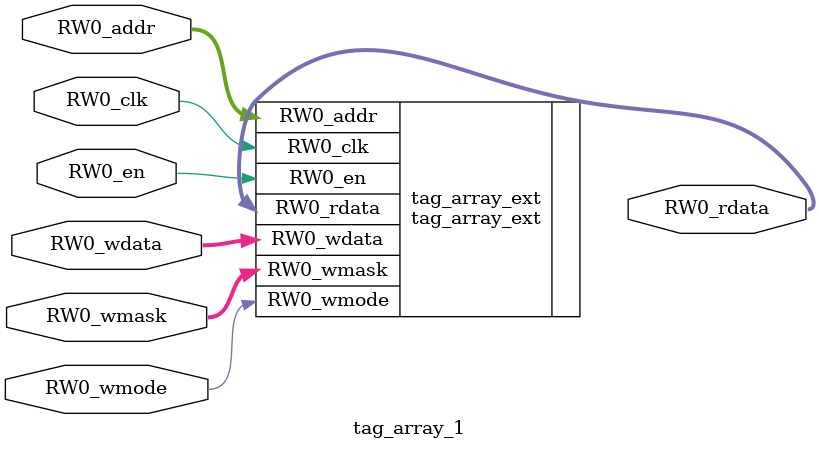
<source format=sv>
`ifndef RANDOMIZE
  `ifdef RANDOMIZE_REG_INIT
    `define RANDOMIZE
  `endif // RANDOMIZE_REG_INIT
`endif // not def RANDOMIZE
`ifndef RANDOMIZE
  `ifdef RANDOMIZE_MEM_INIT
    `define RANDOMIZE
  `endif // RANDOMIZE_MEM_INIT
`endif // not def RANDOMIZE

`ifndef RANDOM
  `define RANDOM $random
`endif // not def RANDOM

// Users can define 'PRINTF_COND' to add an extra gate to prints.
`ifndef PRINTF_COND_
  `ifdef PRINTF_COND
    `define PRINTF_COND_ (`PRINTF_COND)
  `else  // PRINTF_COND
    `define PRINTF_COND_ 1
  `endif // PRINTF_COND
`endif // not def PRINTF_COND_

// Users can define 'ASSERT_VERBOSE_COND' to add an extra gate to assert error printing.
`ifndef ASSERT_VERBOSE_COND_
  `ifdef ASSERT_VERBOSE_COND
    `define ASSERT_VERBOSE_COND_ (`ASSERT_VERBOSE_COND)
  `else  // ASSERT_VERBOSE_COND
    `define ASSERT_VERBOSE_COND_ 1
  `endif // ASSERT_VERBOSE_COND
`endif // not def ASSERT_VERBOSE_COND_

// Users can define 'STOP_COND' to add an extra gate to stop conditions.
`ifndef STOP_COND_
  `ifdef STOP_COND
    `define STOP_COND_ (`STOP_COND)
  `else  // STOP_COND
    `define STOP_COND_ 1
  `endif // STOP_COND
`endif // not def STOP_COND_

// Users can define INIT_RANDOM as general code that gets injected into the
// initializer block for modules with registers.
`ifndef INIT_RANDOM
  `define INIT_RANDOM
`endif // not def INIT_RANDOM

// If using random initialization, you can also define RANDOMIZE_DELAY to
// customize the delay used, otherwise 0.002 is used.
`ifndef RANDOMIZE_DELAY
  `define RANDOMIZE_DELAY 0.002
`endif // not def RANDOMIZE_DELAY

// Define INIT_RANDOM_PROLOG_ for use in our modules below.
`ifndef INIT_RANDOM_PROLOG_
  `ifdef RANDOMIZE
    `ifdef VERILATOR
      `define INIT_RANDOM_PROLOG_ `INIT_RANDOM
    `else  // VERILATOR
      `define INIT_RANDOM_PROLOG_ `INIT_RANDOM #`RANDOMIZE_DELAY begin end
    `endif // VERILATOR
  `else  // RANDOMIZE
    `define INIT_RANDOM_PROLOG_
  `endif // RANDOMIZE
`endif // not def INIT_RANDOM_PROLOG_

module tag_array_1(	// @[DescribedSRAM.scala:17:26]
  input  [5:0]  RW0_addr,
  input         RW0_en,
                RW0_clk,
                RW0_wmode,
  input  [99:0] RW0_wdata,
  input  [3:0]  RW0_wmask,
  output [99:0] RW0_rdata
);

  tag_array_ext tag_array_ext (	// @[DescribedSRAM.scala:17:26]
    .RW0_addr  (RW0_addr),
    .RW0_en    (RW0_en),
    .RW0_clk   (RW0_clk),
    .RW0_wmode (RW0_wmode),
    .RW0_wdata (RW0_wdata),
    .RW0_wmask (RW0_wmask),
    .RW0_rdata (RW0_rdata)
  );
endmodule


</source>
